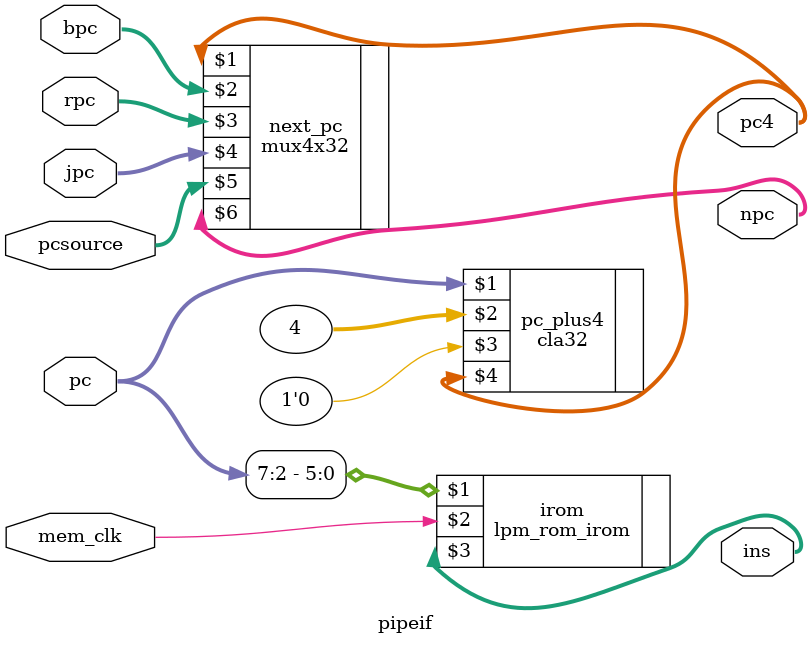
<source format=v>
module pipeif (pcsource,pc,bpc,rpc,jpc,npc,pc4,ins, mem_clk);
    input [31:0] pc,bpc,rpc,jpc;
    input [1:0]  pcsource;
    input       mem_clk;
    output [31:0] npc,pc4,ins;
    mux4x32 next_pc (pc4,bpc,rpc,jpc,pcsource,npc);
    cla32 pc_plus4 (pc, 32'h4, 1'b0, pc4);
    
    //pipeimem inst_mem (pc, ins);
    
    lpm_rom_irom irom (pc[7:2],mem_clk,ins); 
   
endmodule
</source>
